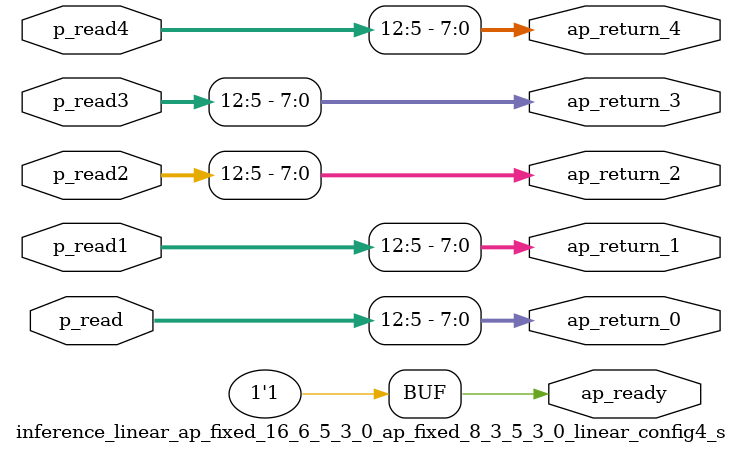
<source format=v>

`timescale 1 ns / 1 ps 

module inference_linear_ap_fixed_16_6_5_3_0_ap_fixed_8_3_5_3_0_linear_config4_s (
        ap_ready,
        p_read,
        p_read1,
        p_read2,
        p_read3,
        p_read4,
        ap_return_0,
        ap_return_1,
        ap_return_2,
        ap_return_3,
        ap_return_4
);


output   ap_ready;
input  [12:0] p_read;
input  [12:0] p_read1;
input  [12:0] p_read2;
input  [12:0] p_read3;
input  [12:0] p_read4;
output  [7:0] ap_return_0;
output  [7:0] ap_return_1;
output  [7:0] ap_return_2;
output  [7:0] ap_return_3;
output  [7:0] ap_return_4;

assign ap_ready = 1'b1;

assign ap_return_0 = {{p_read[12:5]}};

assign ap_return_1 = {{p_read1[12:5]}};

assign ap_return_2 = {{p_read2[12:5]}};

assign ap_return_3 = {{p_read3[12:5]}};

assign ap_return_4 = {{p_read4[12:5]}};

endmodule //inference_linear_ap_fixed_16_6_5_3_0_ap_fixed_8_3_5_3_0_linear_config4_s

</source>
